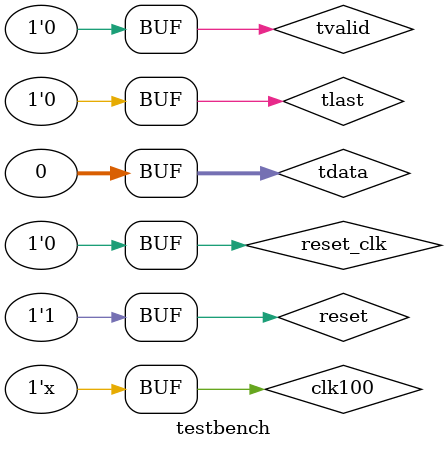
<source format=v>
`timescale 1ns / 1ps


module testbench(
 );
 reg [31:0] tdata;
 reg tlast;
 wire tready;
 reg tvalid;
 reg reset_clk;
 reg reset;
 reg clk100;
 wire clk32;
 wire [1:0] iq;
  design_1_wrapper u1
   (.S_AXIS_tdata(tdata),
    .S_AXIS_tlast(tlast),
    .S_AXIS_tready(tready),
    .S_AXIS_tvalid(tvalid),
    .aresetn(reset),
    .clk100(clk100),
    .clk32(clk32),
    .iq_txd(iq),
    .reset(reset_clk));
    
    always begin
    #5 clk100 =~clk100;
    end
    
    initial
    begin 
    tdata = 32'b0 ;
    tlast = 1'b0;
    tvalid= 1'b0;
    clk100 =1'b0;
    reset = 1'b1;
    reset_clk = 1'b0;
    
    #10 
    reset =1'b0;
    reset_clk =1'b1;
    
    #10
    reset =1'b1;
    reset_clk =1'b0;
    //1
    #75
    tdata = 32'd1431655765;
    
    #1
    tvalid =1'b1;
    
    #10
    tdata = 32'd0;
    tvalid =1'b0;
    //2
    #1
    tdata =32'd65535;
    tvalid =1'b1;
    #10
    tdata = 32'd0;
    tvalid =1'b0;
    //3
    #1
    tdata = 32'd4294901760;
    tvalid =1'b1;
    #10
    tdata = 32'd0;
    tvalid =1'b0;
    //4
    #1
    tdata = 32'd1431655765;
    tvalid =1'b1;
    #10
    tdata = 32'd0;
    tvalid =1'b0;
    //5
    #1
    tdata =32'd65535;
    tvalid =1'b1;
    #10
    tdata = 32'd0;
    tvalid =1'b0;
    //6
    #1
    tdata = 32'd4294901760;
    tvalid =1'b1;

    #10
    tdata = 32'd0;
    tvalid =1'b0;

    //7
    #1
    tdata =32'd65535;
    tvalid =1'b1;
    tlast =1'b1;
    #10
    tdata = 32'd0;
    tvalid =1'b0;
    tlast  =1'b0;
    //8
//      #1
//      tdata = 32'd4294901760;
//      tvalid =1'b1;
//      tlast = 1'b1;
//      #10
//      tdata = 32'd0;
//      tvalid =1'b0;
//      tlast =1'b0;
//      #1
//      tdata =32'd65535;
//      tvalid =1'b1;
//      #10
//      tdata = 32'd0;
//      tvalid =1'b0;
    
//      #1
//      tdata = 32'd4294901760;
//      tvalid =1'b1;
//      tlast = 1'b1;
//      #10
//      tdata = 32'd0;
//      tvalid =1'b0;
//      tlast = 1'b0;                  
    #10000;
    end
endmodule

</source>
